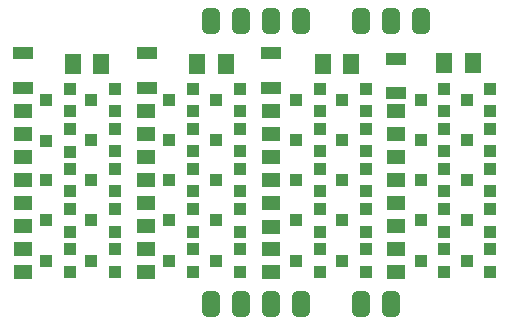
<source format=gbr>
%TF.GenerationSoftware,Altium Limited,Altium Designer,23.5.1 (21)*%
G04 Layer_Color=8388736*
%FSLAX45Y45*%
%MOMM*%
%TF.SameCoordinates,90272B24-A97A-474C-8309-4AF10B7EB36B*%
%TF.FilePolarity,Negative*%
%TF.FileFunction,Soldermask,Top*%
%TF.Part,Single*%
G01*
G75*
%TA.AperFunction,ConnectorPad*%
%ADD22R,1.80320X1.10320*%
%TA.AperFunction,SMDPad,CuDef*%
%ADD23R,1.80320X1.10320*%
%ADD24R,1.40320X1.70320*%
%ADD25R,1.10320X1.00320*%
%ADD26R,1.50320X1.20320*%
%TA.AperFunction,ComponentPad*%
G04:AMPARAMS|DCode=27|XSize=1.5032mm|YSize=2.2032mm|CornerRadius=0.4266mm|HoleSize=0mm|Usage=FLASHONLY|Rotation=180.000|XOffset=0mm|YOffset=0mm|HoleType=Round|Shape=RoundedRectangle|*
%AMROUNDEDRECTD27*
21,1,1.50320,1.35000,0,0,180.0*
21,1,0.65000,2.20320,0,0,180.0*
1,1,0.85320,-0.32500,0.67500*
1,1,0.85320,0.32500,0.67500*
1,1,0.85320,0.32500,-0.67500*
1,1,0.85320,-0.32500,-0.67500*
%
%ADD27ROUNDEDRECTD27*%
D22*
X200000Y2145000D02*
D03*
Y1855000D02*
D03*
D23*
X1250000D02*
D03*
Y2145000D02*
D03*
X2300000D02*
D03*
Y1855000D02*
D03*
X3360000Y2095000D02*
D03*
Y1805000D02*
D03*
D24*
X622677Y2050383D02*
D03*
X862677D02*
D03*
X1918495Y2057376D02*
D03*
X1678495D02*
D03*
X2739735D02*
D03*
X2979735D02*
D03*
X4010000Y2060000D02*
D03*
X3770000D02*
D03*
D25*
X980000Y1845000D02*
D03*
X780000Y1750000D02*
D03*
X980000Y1655000D02*
D03*
Y1505000D02*
D03*
X780000Y1410000D02*
D03*
X980000Y1315000D02*
D03*
X2040000Y1845000D02*
D03*
X1840000Y1750000D02*
D03*
X2040000Y1655000D02*
D03*
Y1505000D02*
D03*
X1840000Y1410000D02*
D03*
X2040000Y1315000D02*
D03*
X600000Y1845000D02*
D03*
X400000Y1750000D02*
D03*
X600000Y1655000D02*
D03*
X1640000Y1845000D02*
D03*
X1440000Y1750000D02*
D03*
X1640000Y1655000D02*
D03*
X600000Y1500000D02*
D03*
X400000Y1405000D02*
D03*
X600000Y1310000D02*
D03*
X980000Y1165000D02*
D03*
X780000Y1070000D02*
D03*
X980000Y975000D02*
D03*
X1640000Y1505000D02*
D03*
X1440000Y1410000D02*
D03*
X1640000Y1315000D02*
D03*
X2040000Y1165000D02*
D03*
X1840000Y1070000D02*
D03*
X2040000Y975000D02*
D03*
X600000Y1165000D02*
D03*
X400000Y1070000D02*
D03*
X600000Y975000D02*
D03*
X1640000Y1165000D02*
D03*
X1440000Y1070000D02*
D03*
X1640000Y975000D02*
D03*
X600000Y825000D02*
D03*
X400000Y730000D02*
D03*
X600000Y635000D02*
D03*
X980000Y825000D02*
D03*
X780000Y730000D02*
D03*
X980000Y635000D02*
D03*
X1640000Y825000D02*
D03*
X1440000Y730000D02*
D03*
X1640000Y635000D02*
D03*
X2040000Y825000D02*
D03*
X1840000Y730000D02*
D03*
X2040000Y635000D02*
D03*
X600000Y485000D02*
D03*
X400000Y390000D02*
D03*
X600000Y295000D02*
D03*
X980000Y485000D02*
D03*
X780000Y390000D02*
D03*
X980000Y295000D02*
D03*
X1640000Y485000D02*
D03*
X1440000Y390000D02*
D03*
X1640000Y295000D02*
D03*
X2040000Y485000D02*
D03*
X1840000Y390000D02*
D03*
X2040000Y295000D02*
D03*
X3102500Y1845000D02*
D03*
X2902500Y1750000D02*
D03*
X3102500Y1655000D02*
D03*
Y1505000D02*
D03*
X2902500Y1410000D02*
D03*
X3102500Y1315000D02*
D03*
X4160000Y1845000D02*
D03*
X3960000Y1750000D02*
D03*
X4160000Y1655000D02*
D03*
Y1505000D02*
D03*
X3960000Y1410000D02*
D03*
X4160000Y1315000D02*
D03*
X2712500Y1845000D02*
D03*
X2512500Y1750000D02*
D03*
X2712500Y1655000D02*
D03*
X3770000Y1845000D02*
D03*
X3570000Y1750000D02*
D03*
X3770000Y1655000D02*
D03*
X2712500Y1505000D02*
D03*
X2512500Y1410000D02*
D03*
X2712500Y1315000D02*
D03*
X3102500Y1165000D02*
D03*
X2902500Y1070000D02*
D03*
X3102500Y975000D02*
D03*
X3770000Y1505000D02*
D03*
X3570000Y1410000D02*
D03*
X3770000Y1315000D02*
D03*
X4160000Y1165000D02*
D03*
X3960000Y1070000D02*
D03*
X4160000Y975000D02*
D03*
X2712500Y1165000D02*
D03*
X2512500Y1070000D02*
D03*
X2712500Y975000D02*
D03*
X3770000Y1165000D02*
D03*
X3570000Y1070000D02*
D03*
X3770000Y975000D02*
D03*
X2712500Y825000D02*
D03*
X2512500Y730000D02*
D03*
X2712500Y635000D02*
D03*
X3102500Y825000D02*
D03*
X2902500Y730000D02*
D03*
X3102500Y635000D02*
D03*
X3770000Y825000D02*
D03*
X3570000Y730000D02*
D03*
X3770000Y635000D02*
D03*
X4160000Y825000D02*
D03*
X3960000Y730000D02*
D03*
X4160000Y635000D02*
D03*
X2712500Y485000D02*
D03*
X2512500Y390000D02*
D03*
X2712500Y295000D02*
D03*
X3102500Y485000D02*
D03*
X2902500Y390000D02*
D03*
X3102500Y295000D02*
D03*
X3768930Y485000D02*
D03*
X3568930Y389999D02*
D03*
X3768930Y294999D02*
D03*
X4159100Y485000D02*
D03*
X3959100Y390000D02*
D03*
X4159100Y295000D02*
D03*
D26*
X200000Y1460000D02*
D03*
Y1660000D02*
D03*
Y1270000D02*
D03*
Y1070000D02*
D03*
X1240000Y1460000D02*
D03*
Y1660000D02*
D03*
Y1270000D02*
D03*
Y1070000D02*
D03*
X200000Y880000D02*
D03*
Y680000D02*
D03*
Y490000D02*
D03*
Y290000D02*
D03*
X1240000Y880000D02*
D03*
Y680000D02*
D03*
Y490000D02*
D03*
Y290000D02*
D03*
X2302500Y1460000D02*
D03*
Y1660000D02*
D03*
Y1270000D02*
D03*
Y1070000D02*
D03*
X3360000Y1460000D02*
D03*
Y1660000D02*
D03*
Y1070000D02*
D03*
Y1270000D02*
D03*
X2302449Y877641D02*
D03*
Y677641D02*
D03*
X2302500Y490000D02*
D03*
Y290000D02*
D03*
X3360000Y880000D02*
D03*
Y680000D02*
D03*
Y490000D02*
D03*
Y290000D02*
D03*
D27*
X3572000Y2415000D02*
D03*
X3064000D02*
D03*
X3318000D02*
D03*
X2556000Y25000D02*
D03*
X2302000D02*
D03*
X2048000D02*
D03*
X1794000D02*
D03*
Y2415000D02*
D03*
X2048000D02*
D03*
X2302000D02*
D03*
X2556000D02*
D03*
X3318000Y25000D02*
D03*
X3064000D02*
D03*
%TF.MD5,16ebade359589128dfad48880e5f47e1*%
M02*

</source>
